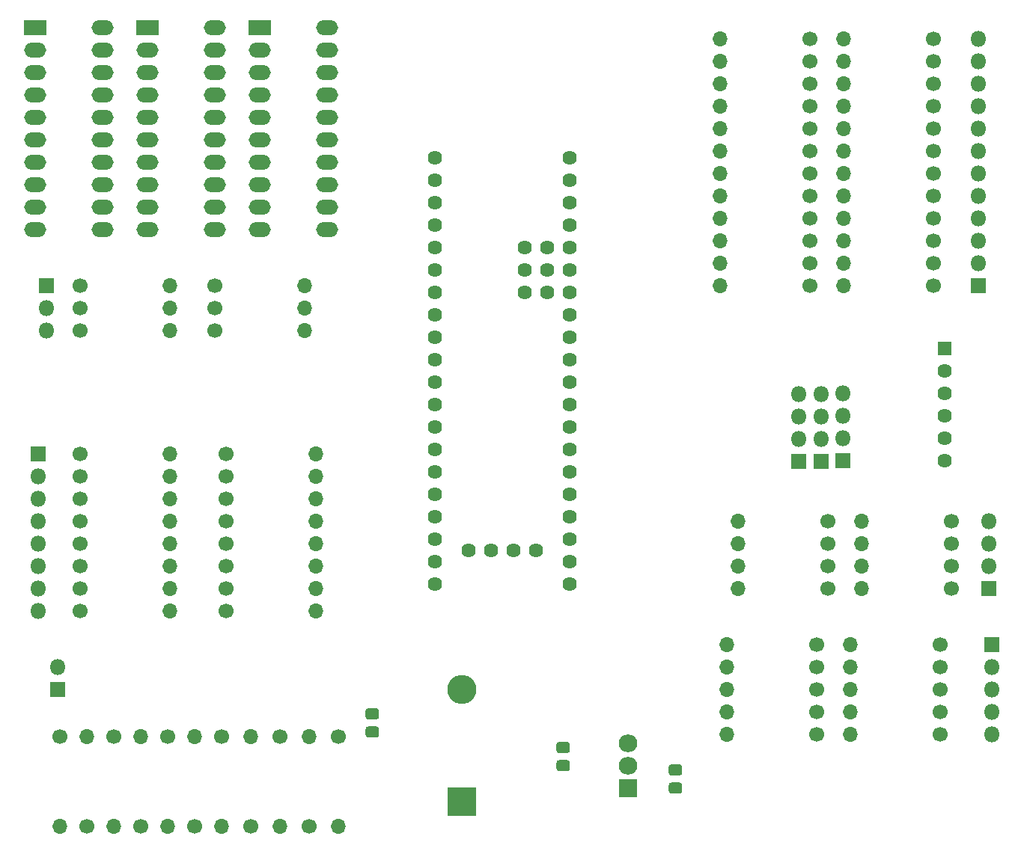
<source format=gbr>
%TF.GenerationSoftware,KiCad,Pcbnew,5.1.6-c6e7f7d~86~ubuntu16.04.1*%
%TF.CreationDate,2020-10-27T22:16:19+00:00*%
%TF.ProjectId,ppstrace1,70707374-7261-4636-9531-2e6b69636164,rev?*%
%TF.SameCoordinates,Original*%
%TF.FileFunction,Soldermask,Top*%
%TF.FilePolarity,Negative*%
%FSLAX46Y46*%
G04 Gerber Fmt 4.6, Leading zero omitted, Abs format (unit mm)*
G04 Created by KiCad (PCBNEW 5.1.6-c6e7f7d~86~ubuntu16.04.1) date 2020-10-27 22:16:19*
%MOMM*%
%LPD*%
G01*
G04 APERTURE LIST*
%ADD10O,2.500000X1.700000*%
%ADD11R,2.500000X1.700000*%
%ADD12O,1.700000X1.700000*%
%ADD13C,1.700000*%
%ADD14C,1.624000*%
%ADD15O,2.100000X2.005000*%
%ADD16R,2.100000X2.005000*%
%ADD17O,1.800000X1.800000*%
%ADD18R,1.800000X1.800000*%
%ADD19O,3.300000X3.300000*%
%ADD20R,3.300000X3.300000*%
%ADD21R,1.624000X1.624000*%
G04 APERTURE END LIST*
D10*
%TO.C,REF\u002A\u002A*%
X134620000Y-60960000D03*
X127000000Y-83820000D03*
X134620000Y-63500000D03*
X127000000Y-81280000D03*
X134620000Y-66040000D03*
X127000000Y-78740000D03*
X134620000Y-68580000D03*
X127000000Y-76200000D03*
X134620000Y-71120000D03*
X127000000Y-73660000D03*
X134620000Y-73660000D03*
X127000000Y-71120000D03*
X134620000Y-76200000D03*
X127000000Y-68580000D03*
X134620000Y-78740000D03*
X127000000Y-66040000D03*
X134620000Y-81280000D03*
X127000000Y-63500000D03*
X134620000Y-83820000D03*
D11*
X127000000Y-60960000D03*
%TD*%
D10*
%TO.C,REF\u002A\u002A*%
X121920000Y-60960000D03*
X114300000Y-83820000D03*
X121920000Y-63500000D03*
X114300000Y-81280000D03*
X121920000Y-66040000D03*
X114300000Y-78740000D03*
X121920000Y-68580000D03*
X114300000Y-76200000D03*
X121920000Y-71120000D03*
X114300000Y-73660000D03*
X121920000Y-73660000D03*
X114300000Y-71120000D03*
X121920000Y-76200000D03*
X114300000Y-68580000D03*
X121920000Y-78740000D03*
X114300000Y-66040000D03*
X121920000Y-81280000D03*
X114300000Y-63500000D03*
X121920000Y-83820000D03*
D11*
X114300000Y-60960000D03*
%TD*%
D10*
%TO.C,REF\u002A\u002A*%
X109220000Y-60960000D03*
X101600000Y-83820000D03*
X109220000Y-63500000D03*
X101600000Y-81280000D03*
X109220000Y-66040000D03*
X101600000Y-78740000D03*
X109220000Y-68580000D03*
X101600000Y-76200000D03*
X109220000Y-71120000D03*
X101600000Y-73660000D03*
X109220000Y-73660000D03*
X101600000Y-71120000D03*
X109220000Y-76200000D03*
X101600000Y-68580000D03*
X109220000Y-78740000D03*
X101600000Y-66040000D03*
X109220000Y-81280000D03*
X101600000Y-63500000D03*
X109220000Y-83820000D03*
D11*
X101600000Y-60960000D03*
%TD*%
D12*
%TO.C,R75*%
X132080000Y-90170000D03*
D13*
X121920000Y-90170000D03*
%TD*%
D12*
%TO.C,R74*%
X116840000Y-90170000D03*
D13*
X106680000Y-90170000D03*
%TD*%
D12*
%TO.C,R73*%
X179832000Y-140970000D03*
D13*
X189992000Y-140970000D03*
%TD*%
D12*
%TO.C,R72*%
X193802000Y-140970000D03*
D13*
X203962000Y-140970000D03*
%TD*%
D12*
%TO.C,R71*%
X132080000Y-92710000D03*
D13*
X121920000Y-92710000D03*
%TD*%
D12*
%TO.C,R70*%
X116840000Y-92710000D03*
D13*
X106680000Y-92710000D03*
%TD*%
D12*
%TO.C,R69*%
X179832000Y-138430000D03*
D13*
X189992000Y-138430000D03*
%TD*%
D12*
%TO.C,R68*%
X193802000Y-138430000D03*
D13*
X203962000Y-138430000D03*
%TD*%
D12*
%TO.C,R67*%
X179832000Y-135890000D03*
D13*
X189992000Y-135890000D03*
%TD*%
D12*
%TO.C,R66*%
X193802000Y-135890000D03*
D13*
X203962000Y-135890000D03*
%TD*%
D12*
%TO.C,R65*%
X179832000Y-133350000D03*
D13*
X189992000Y-133350000D03*
%TD*%
D12*
%TO.C,R64*%
X193802000Y-133350000D03*
D13*
X203962000Y-133350000D03*
%TD*%
D12*
%TO.C,R63*%
X132080000Y-95250000D03*
D13*
X121920000Y-95250000D03*
%TD*%
D12*
%TO.C,R62*%
X116840000Y-95250000D03*
D13*
X106680000Y-95250000D03*
%TD*%
D12*
%TO.C,R61*%
X179832000Y-130810000D03*
D13*
X189992000Y-130810000D03*
%TD*%
D12*
%TO.C,R60*%
X193802000Y-130810000D03*
D13*
X203962000Y-130810000D03*
%TD*%
D12*
%TO.C,R59*%
X181102000Y-116840000D03*
D13*
X191262000Y-116840000D03*
%TD*%
D12*
%TO.C,R58*%
X195072000Y-116840000D03*
D13*
X205232000Y-116840000D03*
%TD*%
D12*
%TO.C,R57*%
X181102000Y-119380000D03*
D13*
X191262000Y-119380000D03*
%TD*%
D12*
%TO.C,R56*%
X195072000Y-119380000D03*
D13*
X205232000Y-119380000D03*
%TD*%
D12*
%TO.C,R55*%
X181102000Y-121920000D03*
D13*
X191262000Y-121920000D03*
%TD*%
D12*
%TO.C,R54*%
X195072000Y-121920000D03*
D13*
X205232000Y-121920000D03*
%TD*%
D12*
%TO.C,R53*%
X181102000Y-124460000D03*
D13*
X191262000Y-124460000D03*
%TD*%
D12*
%TO.C,R52*%
X195072000Y-124460000D03*
D13*
X205232000Y-124460000D03*
%TD*%
D12*
%TO.C,R51*%
X133350000Y-127000000D03*
D13*
X123190000Y-127000000D03*
%TD*%
D12*
%TO.C,R50*%
X116840000Y-127000000D03*
D13*
X106680000Y-127000000D03*
%TD*%
D12*
%TO.C,R49*%
X133350000Y-119380000D03*
D13*
X123190000Y-119380000D03*
%TD*%
D12*
%TO.C,R48*%
X116840000Y-119380000D03*
D13*
X106680000Y-119380000D03*
%TD*%
D12*
%TO.C,R47*%
X133350000Y-116840000D03*
D13*
X123190000Y-116840000D03*
%TD*%
D12*
%TO.C,R46*%
X116840000Y-116840000D03*
D13*
X106680000Y-116840000D03*
%TD*%
D12*
%TO.C,R45*%
X133350000Y-124460000D03*
D13*
X123190000Y-124460000D03*
%TD*%
D12*
%TO.C,R44*%
X116840000Y-124460000D03*
D13*
X106680000Y-124460000D03*
%TD*%
D12*
%TO.C,R43*%
X133350000Y-121920000D03*
D13*
X123190000Y-121920000D03*
%TD*%
D12*
%TO.C,R42*%
X116840000Y-121920000D03*
D13*
X106680000Y-121920000D03*
%TD*%
D12*
%TO.C,R41*%
X133350000Y-114300000D03*
D13*
X123190000Y-114300000D03*
%TD*%
D12*
%TO.C,R40*%
X116840000Y-114300000D03*
D13*
X106680000Y-114300000D03*
%TD*%
D12*
%TO.C,R39*%
X133350000Y-109220000D03*
D13*
X123190000Y-109220000D03*
%TD*%
D12*
%TO.C,R38*%
X116840000Y-109220000D03*
D13*
X106680000Y-109220000D03*
%TD*%
D12*
%TO.C,R37*%
X179070000Y-62230000D03*
D13*
X189230000Y-62230000D03*
%TD*%
D12*
%TO.C,R36*%
X193040000Y-62230000D03*
D13*
X203200000Y-62230000D03*
%TD*%
D12*
%TO.C,R35*%
X179070000Y-64770000D03*
D13*
X189230000Y-64770000D03*
%TD*%
D12*
%TO.C,R34*%
X193040000Y-64770000D03*
D13*
X203200000Y-64770000D03*
%TD*%
D12*
%TO.C,R33*%
X133350000Y-111760000D03*
D13*
X123190000Y-111760000D03*
%TD*%
D12*
%TO.C,R32*%
X116840000Y-111760000D03*
D13*
X106680000Y-111760000D03*
%TD*%
D12*
%TO.C,R31*%
X179070000Y-67310000D03*
D13*
X189230000Y-67310000D03*
%TD*%
D12*
%TO.C,R30*%
X193040000Y-67310000D03*
D13*
X203200000Y-67310000D03*
%TD*%
D12*
%TO.C,R29*%
X179070000Y-69850000D03*
D13*
X189230000Y-69850000D03*
%TD*%
D12*
%TO.C,R28*%
X193040000Y-69850000D03*
D13*
X203200000Y-69850000D03*
%TD*%
D12*
%TO.C,R27*%
X179070000Y-72390000D03*
D13*
X189230000Y-72390000D03*
%TD*%
D12*
%TO.C,R26*%
X193040000Y-72390000D03*
D13*
X203200000Y-72390000D03*
%TD*%
D12*
%TO.C,R25*%
X179070000Y-74930000D03*
D13*
X189230000Y-74930000D03*
%TD*%
D12*
%TO.C,R24*%
X193040000Y-74930000D03*
D13*
X203200000Y-74930000D03*
%TD*%
D12*
%TO.C,R23*%
X179070000Y-77470000D03*
D13*
X189230000Y-77470000D03*
%TD*%
D12*
%TO.C,R22*%
X193040000Y-77470000D03*
D13*
X203200000Y-77470000D03*
%TD*%
D12*
%TO.C,R21*%
X179070000Y-80010000D03*
D13*
X189230000Y-80010000D03*
%TD*%
D12*
%TO.C,R20*%
X193040000Y-80010000D03*
D13*
X203200000Y-80010000D03*
%TD*%
D12*
%TO.C,R19*%
X179070000Y-82550000D03*
D13*
X189230000Y-82550000D03*
%TD*%
D12*
%TO.C,R18*%
X193040000Y-82550000D03*
D13*
X203200000Y-82550000D03*
%TD*%
D12*
%TO.C,R17*%
X179070000Y-85090000D03*
D13*
X189230000Y-85090000D03*
%TD*%
D12*
%TO.C,R16*%
X193040000Y-85090000D03*
D13*
X203200000Y-85090000D03*
%TD*%
D12*
%TO.C,R15*%
X179070000Y-87630000D03*
D13*
X189230000Y-87630000D03*
%TD*%
D12*
%TO.C,R14*%
X193040000Y-87630000D03*
D13*
X203200000Y-87630000D03*
%TD*%
D12*
%TO.C,R13*%
X179070000Y-90170000D03*
D13*
X189230000Y-90170000D03*
%TD*%
D12*
%TO.C,R12*%
X193040000Y-90170000D03*
D13*
X203200000Y-90170000D03*
%TD*%
D12*
%TO.C,R10*%
X132588000Y-141224000D03*
D13*
X132588000Y-151384000D03*
%TD*%
D12*
%TO.C,R9*%
X129286000Y-151384000D03*
D13*
X129286000Y-141224000D03*
%TD*%
D12*
%TO.C,R8*%
X125984000Y-141224000D03*
D13*
X125984000Y-151384000D03*
%TD*%
D12*
%TO.C,R7*%
X122682000Y-151384000D03*
D13*
X122682000Y-141224000D03*
%TD*%
D12*
%TO.C,R6*%
X119634000Y-141224000D03*
D13*
X119634000Y-151384000D03*
%TD*%
D12*
%TO.C,R5*%
X116586000Y-151384000D03*
D13*
X116586000Y-141224000D03*
%TD*%
D12*
%TO.C,R4*%
X113538000Y-141224000D03*
D13*
X113538000Y-151384000D03*
%TD*%
D12*
%TO.C,R3*%
X110490000Y-151384000D03*
D13*
X110490000Y-141224000D03*
%TD*%
D12*
%TO.C,R11*%
X135890000Y-151384000D03*
D13*
X135890000Y-141224000D03*
%TD*%
D12*
%TO.C,R2*%
X107442000Y-141224000D03*
D13*
X107442000Y-151384000D03*
%TD*%
D12*
%TO.C,R1*%
X104394000Y-151384000D03*
D13*
X104394000Y-141224000D03*
%TD*%
D14*
%TO.C,U1*%
X146812000Y-118872000D03*
X156972000Y-90932000D03*
X156972000Y-88392000D03*
X156972000Y-85852000D03*
X159512000Y-90932000D03*
X159512000Y-88392000D03*
X159512000Y-85852000D03*
X158242000Y-120142000D03*
X155702000Y-120142000D03*
X153162000Y-120142000D03*
X150622000Y-120142000D03*
X162052000Y-75692000D03*
X162052000Y-78232000D03*
X162052000Y-80772000D03*
X162052000Y-83312000D03*
X162052000Y-85852000D03*
X162052000Y-88392000D03*
X162052000Y-90932000D03*
X162052000Y-93472000D03*
X162052000Y-96012000D03*
X162052000Y-98552000D03*
X162052000Y-101092000D03*
X162052000Y-103632000D03*
X162052000Y-106172000D03*
X162052000Y-108712000D03*
X162052000Y-111252000D03*
X162052000Y-113792000D03*
X162052000Y-116332000D03*
X162052000Y-118872000D03*
X162052000Y-121412000D03*
X162052000Y-123952000D03*
X146812000Y-123952000D03*
X146812000Y-121412000D03*
X146812000Y-116332000D03*
X146812000Y-113792000D03*
X146812000Y-111252000D03*
X146812000Y-108712000D03*
X146812000Y-106172000D03*
X146812000Y-103632000D03*
X146812000Y-101092000D03*
X146812000Y-98552000D03*
X146812000Y-96012000D03*
X146812000Y-93472000D03*
X146812000Y-90932000D03*
X146812000Y-88392000D03*
X146812000Y-85852000D03*
X146812000Y-83312000D03*
X146812000Y-80772000D03*
X146812000Y-78232000D03*
X146812000Y-75692000D03*
%TD*%
D15*
%TO.C,U2*%
X168605200Y-142011400D03*
X168605200Y-144551400D03*
D16*
X168605200Y-147091400D03*
%TD*%
D17*
%TO.C,J9*%
X190500000Y-102438200D03*
X190500000Y-104978200D03*
X190500000Y-107518200D03*
D18*
X190500000Y-110058200D03*
%TD*%
D17*
%TO.C,J8*%
X192913000Y-102362000D03*
X192913000Y-104902000D03*
X192913000Y-107442000D03*
D18*
X192913000Y-109982000D03*
%TD*%
D17*
%TO.C,J7*%
X187960000Y-102438200D03*
X187960000Y-104978200D03*
X187960000Y-107518200D03*
D18*
X187960000Y-110058200D03*
%TD*%
D17*
%TO.C,J6*%
X209804000Y-140970000D03*
X209804000Y-138430000D03*
X209804000Y-135890000D03*
X209804000Y-133350000D03*
D18*
X209804000Y-130810000D03*
%TD*%
D17*
%TO.C,J5*%
X102870000Y-95250000D03*
X102870000Y-92710000D03*
D18*
X102870000Y-90170000D03*
%TD*%
D17*
%TO.C,J4*%
X209397600Y-116840000D03*
X209397600Y-119380000D03*
X209397600Y-121920000D03*
D18*
X209397600Y-124460000D03*
%TD*%
D17*
%TO.C,J1*%
X104140000Y-133350000D03*
D18*
X104140000Y-135890000D03*
%TD*%
D17*
%TO.C,J3*%
X208280000Y-62230000D03*
X208280000Y-64770000D03*
X208280000Y-67310000D03*
X208280000Y-69850000D03*
X208280000Y-72390000D03*
X208280000Y-74930000D03*
X208280000Y-77470000D03*
X208280000Y-80010000D03*
X208280000Y-82550000D03*
X208280000Y-85090000D03*
X208280000Y-87630000D03*
D18*
X208280000Y-90170000D03*
%TD*%
D17*
%TO.C,J2*%
X101879400Y-127000000D03*
X101879400Y-124460000D03*
X101879400Y-121920000D03*
X101879400Y-119380000D03*
X101879400Y-116840000D03*
X101879400Y-114300000D03*
X101879400Y-111760000D03*
D18*
X101879400Y-109220000D03*
%TD*%
D19*
%TO.C,D1*%
X149860000Y-135890000D03*
D20*
X149860000Y-148590000D03*
%TD*%
%TO.C,C3*%
G36*
G01*
X160811738Y-143910000D02*
X161768262Y-143910000D01*
G75*
G02*
X162040000Y-144181738I0J-271738D01*
G01*
X162040000Y-144888262D01*
G75*
G02*
X161768262Y-145160000I-271738J0D01*
G01*
X160811738Y-145160000D01*
G75*
G02*
X160540000Y-144888262I0J271738D01*
G01*
X160540000Y-144181738D01*
G75*
G02*
X160811738Y-143910000I271738J0D01*
G01*
G37*
G36*
G01*
X160811738Y-141860000D02*
X161768262Y-141860000D01*
G75*
G02*
X162040000Y-142131738I0J-271738D01*
G01*
X162040000Y-142838262D01*
G75*
G02*
X161768262Y-143110000I-271738J0D01*
G01*
X160811738Y-143110000D01*
G75*
G02*
X160540000Y-142838262I0J271738D01*
G01*
X160540000Y-142131738D01*
G75*
G02*
X160811738Y-141860000I271738J0D01*
G01*
G37*
%TD*%
%TO.C,C2*%
G36*
G01*
X174468262Y-145650000D02*
X173511738Y-145650000D01*
G75*
G02*
X173240000Y-145378262I0J271738D01*
G01*
X173240000Y-144671738D01*
G75*
G02*
X173511738Y-144400000I271738J0D01*
G01*
X174468262Y-144400000D01*
G75*
G02*
X174740000Y-144671738I0J-271738D01*
G01*
X174740000Y-145378262D01*
G75*
G02*
X174468262Y-145650000I-271738J0D01*
G01*
G37*
G36*
G01*
X174468262Y-147700000D02*
X173511738Y-147700000D01*
G75*
G02*
X173240000Y-147428262I0J271738D01*
G01*
X173240000Y-146721738D01*
G75*
G02*
X173511738Y-146450000I271738J0D01*
G01*
X174468262Y-146450000D01*
G75*
G02*
X174740000Y-146721738I0J-271738D01*
G01*
X174740000Y-147428262D01*
G75*
G02*
X174468262Y-147700000I-271738J0D01*
G01*
G37*
%TD*%
%TO.C,C1*%
G36*
G01*
X140178262Y-139300000D02*
X139221738Y-139300000D01*
G75*
G02*
X138950000Y-139028262I0J271738D01*
G01*
X138950000Y-138321738D01*
G75*
G02*
X139221738Y-138050000I271738J0D01*
G01*
X140178262Y-138050000D01*
G75*
G02*
X140450000Y-138321738I0J-271738D01*
G01*
X140450000Y-139028262D01*
G75*
G02*
X140178262Y-139300000I-271738J0D01*
G01*
G37*
G36*
G01*
X140178262Y-141350000D02*
X139221738Y-141350000D01*
G75*
G02*
X138950000Y-141078262I0J271738D01*
G01*
X138950000Y-140371738D01*
G75*
G02*
X139221738Y-140100000I271738J0D01*
G01*
X140178262Y-140100000D01*
G75*
G02*
X140450000Y-140371738I0J-271738D01*
G01*
X140450000Y-141078262D01*
G75*
G02*
X140178262Y-141350000I-271738J0D01*
G01*
G37*
%TD*%
D14*
%TO.C,A1*%
X204470000Y-109982000D03*
X204470000Y-107442000D03*
X204470000Y-104902000D03*
X204470000Y-102362000D03*
X204470000Y-99822000D03*
D21*
X204470000Y-97282000D03*
%TD*%
M02*

</source>
